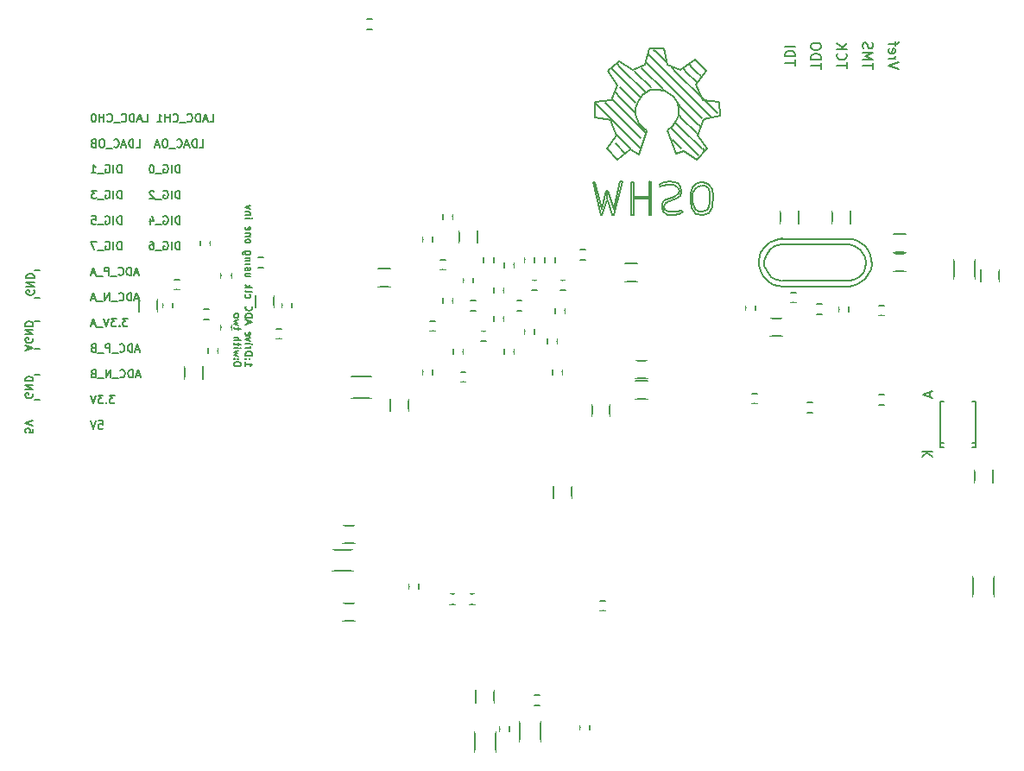
<source format=gbr>
G04 #@! TF.FileFunction,Legend,Bot*
%FSLAX46Y46*%
G04 Gerber Fmt 4.6, Leading zero omitted, Abs format (unit mm)*
G04 Created by KiCad (PCBNEW (2015-10-06 BZR 6248, Git 20a3e23)-product) date 2015-10-8 0:39:17*
%MOMM*%
G01*
G04 APERTURE LIST*
%ADD10C,0.100000*%
%ADD11C,0.152400*%
%ADD12C,0.200000*%
%ADD13C,0.150000*%
%ADD14C,1.901140*%
%ADD15R,2.000000X1.400000*%
%ADD16R,1.400000X2.000000*%
%ADD17R,2.200860X2.899360*%
%ADD18R,1.700000X1.100000*%
%ADD19R,1.100000X1.700000*%
%ADD20C,1.900000*%
%ADD21C,3.400000*%
%ADD22R,2.200000X3.400000*%
%ADD23R,2.127200X2.127200*%
%ADD24O,2.127200X2.127200*%
%ADD25O,2.000000X2.000000*%
%ADD26R,2.432000X2.432000*%
%ADD27O,2.432000X2.432000*%
%ADD28C,2.600000*%
%ADD29O,3.100000X4.900000*%
%ADD30C,2.400000*%
%ADD31C,3.600000*%
%ADD32R,1.000000X0.900000*%
%ADD33R,0.900000X1.000000*%
%ADD34R,1.000000X0.800000*%
%ADD35R,0.800000X1.000000*%
%ADD36O,2.000000X1.500000*%
G04 APERTURE END LIST*
D10*
D11*
X-3606300Y-27499771D02*
X-3568805Y-27574762D01*
X-3568805Y-27687247D01*
X-3606300Y-27799733D01*
X-3681290Y-27874724D01*
X-3756281Y-27912219D01*
X-3906262Y-27949714D01*
X-4018748Y-27949714D01*
X-4168729Y-27912219D01*
X-4243719Y-27874724D01*
X-4318710Y-27799733D01*
X-4356205Y-27687247D01*
X-4356205Y-27612257D01*
X-4318710Y-27499771D01*
X-4281214Y-27462276D01*
X-4018748Y-27462276D01*
X-4018748Y-27612257D01*
X-4356205Y-27124819D02*
X-3568805Y-27124819D01*
X-4356205Y-26674876D01*
X-3568805Y-26674876D01*
X-4356205Y-26299924D02*
X-3568805Y-26299924D01*
X-3568805Y-26112448D01*
X-3606300Y-25999962D01*
X-3681290Y-25924971D01*
X-3756281Y-25887476D01*
X-3906262Y-25849981D01*
X-4018748Y-25849981D01*
X-4168729Y-25887476D01*
X-4243719Y-25924971D01*
X-4318710Y-25999962D01*
X-4356205Y-26112448D01*
X-4356205Y-26299924D01*
X-4231233Y-33324628D02*
X-4231233Y-32949676D01*
X-4456205Y-33399619D02*
X-3668805Y-33137152D01*
X-4456205Y-32874685D01*
X-3706300Y-32199771D02*
X-3668805Y-32274762D01*
X-3668805Y-32387247D01*
X-3706300Y-32499733D01*
X-3781290Y-32574724D01*
X-3856281Y-32612219D01*
X-4006262Y-32649714D01*
X-4118748Y-32649714D01*
X-4268729Y-32612219D01*
X-4343719Y-32574724D01*
X-4418710Y-32499733D01*
X-4456205Y-32387247D01*
X-4456205Y-32312257D01*
X-4418710Y-32199771D01*
X-4381214Y-32162276D01*
X-4118748Y-32162276D01*
X-4118748Y-32312257D01*
X-4456205Y-31824819D02*
X-3668805Y-31824819D01*
X-4456205Y-31374876D01*
X-3668805Y-31374876D01*
X-4456205Y-30999924D02*
X-3668805Y-30999924D01*
X-3668805Y-30812448D01*
X-3706300Y-30699962D01*
X-3781290Y-30624971D01*
X-3856281Y-30587476D01*
X-4006262Y-30549981D01*
X-4118748Y-30549981D01*
X-4268729Y-30587476D01*
X-4343719Y-30624971D01*
X-4418710Y-30699962D01*
X-4456205Y-30812448D01*
X-4456205Y-30999924D01*
X-3706300Y-37599771D02*
X-3668805Y-37674762D01*
X-3668805Y-37787247D01*
X-3706300Y-37899733D01*
X-3781290Y-37974724D01*
X-3856281Y-38012219D01*
X-4006262Y-38049714D01*
X-4118748Y-38049714D01*
X-4268729Y-38012219D01*
X-4343719Y-37974724D01*
X-4418710Y-37899733D01*
X-4456205Y-37787247D01*
X-4456205Y-37712257D01*
X-4418710Y-37599771D01*
X-4381214Y-37562276D01*
X-4118748Y-37562276D01*
X-4118748Y-37712257D01*
X-4456205Y-37224819D02*
X-3668805Y-37224819D01*
X-4456205Y-36774876D01*
X-3668805Y-36774876D01*
X-4456205Y-36399924D02*
X-3668805Y-36399924D01*
X-3668805Y-36212448D01*
X-3706300Y-36099962D01*
X-3781290Y-36024971D01*
X-3856281Y-35987476D01*
X-4006262Y-35949981D01*
X-4118748Y-35949981D01*
X-4268729Y-35987476D01*
X-4343719Y-36024971D01*
X-4418710Y-36099962D01*
X-4456205Y-36212448D01*
X-4456205Y-36399924D01*
X-3668805Y-41062390D02*
X-3668805Y-41437343D01*
X-4043757Y-41474838D01*
X-4006262Y-41437343D01*
X-3968767Y-41362352D01*
X-3968767Y-41174876D01*
X-4006262Y-41099886D01*
X-4043757Y-41062390D01*
X-4118748Y-41024895D01*
X-4306224Y-41024895D01*
X-4381214Y-41062390D01*
X-4418710Y-41099886D01*
X-4456205Y-41174876D01*
X-4456205Y-41362352D01*
X-4418710Y-41437343D01*
X-4381214Y-41474838D01*
X-3668805Y-40799924D02*
X-4456205Y-40537457D01*
X-3668805Y-40274990D01*
D12*
X-3500000Y-33250000D02*
X-3000000Y-33250000D01*
X-3500000Y-30500000D02*
X-3000000Y-30500000D01*
X-3500000Y-28250000D02*
X-3000000Y-28250000D01*
X-3500000Y-25500000D02*
X-3000000Y-25500000D01*
X-3500000Y-35750000D02*
X-3000000Y-35750000D01*
X-3500000Y-38250000D02*
X-3000000Y-38250000D01*
D11*
X13615609Y-10960705D02*
X13990562Y-10960705D01*
X13990562Y-10173305D01*
X13390638Y-10735733D02*
X13015686Y-10735733D01*
X13465629Y-10960705D02*
X13203162Y-10173305D01*
X12940695Y-10960705D01*
X12678229Y-10960705D02*
X12678229Y-10173305D01*
X12490753Y-10173305D01*
X12378267Y-10210800D01*
X12303276Y-10285790D01*
X12265781Y-10360781D01*
X12228286Y-10510762D01*
X12228286Y-10623248D01*
X12265781Y-10773229D01*
X12303276Y-10848219D01*
X12378267Y-10923210D01*
X12490753Y-10960705D01*
X12678229Y-10960705D01*
X11440886Y-10885714D02*
X11478381Y-10923210D01*
X11590867Y-10960705D01*
X11665857Y-10960705D01*
X11778343Y-10923210D01*
X11853334Y-10848219D01*
X11890829Y-10773229D01*
X11928324Y-10623248D01*
X11928324Y-10510762D01*
X11890829Y-10360781D01*
X11853334Y-10285790D01*
X11778343Y-10210800D01*
X11665857Y-10173305D01*
X11590867Y-10173305D01*
X11478381Y-10210800D01*
X11440886Y-10248295D01*
X11290905Y-11035695D02*
X10690981Y-11035695D01*
X10053562Y-10885714D02*
X10091057Y-10923210D01*
X10203543Y-10960705D01*
X10278533Y-10960705D01*
X10391019Y-10923210D01*
X10466010Y-10848219D01*
X10503505Y-10773229D01*
X10541000Y-10623248D01*
X10541000Y-10510762D01*
X10503505Y-10360781D01*
X10466010Y-10285790D01*
X10391019Y-10210800D01*
X10278533Y-10173305D01*
X10203543Y-10173305D01*
X10091057Y-10210800D01*
X10053562Y-10248295D01*
X9716105Y-10960705D02*
X9716105Y-10173305D01*
X9716105Y-10548257D02*
X9266162Y-10548257D01*
X9266162Y-10960705D02*
X9266162Y-10173305D01*
X8478762Y-10960705D02*
X8928705Y-10960705D01*
X8703734Y-10960705D02*
X8703734Y-10173305D01*
X8778724Y-10285790D01*
X8853715Y-10360781D01*
X8928705Y-10398276D01*
X7166428Y-10960705D02*
X7541381Y-10960705D01*
X7541381Y-10173305D01*
X6941457Y-10735733D02*
X6566505Y-10735733D01*
X7016448Y-10960705D02*
X6753981Y-10173305D01*
X6491514Y-10960705D01*
X6229048Y-10960705D02*
X6229048Y-10173305D01*
X6041572Y-10173305D01*
X5929086Y-10210800D01*
X5854095Y-10285790D01*
X5816600Y-10360781D01*
X5779105Y-10510762D01*
X5779105Y-10623248D01*
X5816600Y-10773229D01*
X5854095Y-10848219D01*
X5929086Y-10923210D01*
X6041572Y-10960705D01*
X6229048Y-10960705D01*
X4991705Y-10885714D02*
X5029200Y-10923210D01*
X5141686Y-10960705D01*
X5216676Y-10960705D01*
X5329162Y-10923210D01*
X5404153Y-10848219D01*
X5441648Y-10773229D01*
X5479143Y-10623248D01*
X5479143Y-10510762D01*
X5441648Y-10360781D01*
X5404153Y-10285790D01*
X5329162Y-10210800D01*
X5216676Y-10173305D01*
X5141686Y-10173305D01*
X5029200Y-10210800D01*
X4991705Y-10248295D01*
X4841724Y-11035695D02*
X4241800Y-11035695D01*
X3604381Y-10885714D02*
X3641876Y-10923210D01*
X3754362Y-10960705D01*
X3829352Y-10960705D01*
X3941838Y-10923210D01*
X4016829Y-10848219D01*
X4054324Y-10773229D01*
X4091819Y-10623248D01*
X4091819Y-10510762D01*
X4054324Y-10360781D01*
X4016829Y-10285790D01*
X3941838Y-10210800D01*
X3829352Y-10173305D01*
X3754362Y-10173305D01*
X3641876Y-10210800D01*
X3604381Y-10248295D01*
X3266924Y-10960705D02*
X3266924Y-10173305D01*
X3266924Y-10548257D02*
X2816981Y-10548257D01*
X2816981Y-10960705D02*
X2816981Y-10173305D01*
X2292048Y-10173305D02*
X2217057Y-10173305D01*
X2142067Y-10210800D01*
X2104572Y-10248295D01*
X2067076Y-10323286D01*
X2029581Y-10473267D01*
X2029581Y-10660743D01*
X2067076Y-10810724D01*
X2104572Y-10885714D01*
X2142067Y-10923210D01*
X2217057Y-10960705D01*
X2292048Y-10960705D01*
X2367038Y-10923210D01*
X2404534Y-10885714D01*
X2442029Y-10810724D01*
X2479524Y-10660743D01*
X2479524Y-10473267D01*
X2442029Y-10323286D01*
X2404534Y-10248295D01*
X2367038Y-10210800D01*
X2292048Y-10173305D01*
X12603237Y-13470225D02*
X12978190Y-13470225D01*
X12978190Y-12682825D01*
X12340771Y-13470225D02*
X12340771Y-12682825D01*
X12153295Y-12682825D01*
X12040809Y-12720320D01*
X11965818Y-12795310D01*
X11928323Y-12870301D01*
X11890828Y-13020282D01*
X11890828Y-13132768D01*
X11928323Y-13282749D01*
X11965818Y-13357739D01*
X12040809Y-13432730D01*
X12153295Y-13470225D01*
X12340771Y-13470225D01*
X11590866Y-13245253D02*
X11215914Y-13245253D01*
X11665857Y-13470225D02*
X11403390Y-12682825D01*
X11140923Y-13470225D01*
X10428514Y-13395234D02*
X10466009Y-13432730D01*
X10578495Y-13470225D01*
X10653485Y-13470225D01*
X10765971Y-13432730D01*
X10840962Y-13357739D01*
X10878457Y-13282749D01*
X10915952Y-13132768D01*
X10915952Y-13020282D01*
X10878457Y-12870301D01*
X10840962Y-12795310D01*
X10765971Y-12720320D01*
X10653485Y-12682825D01*
X10578495Y-12682825D01*
X10466009Y-12720320D01*
X10428514Y-12757815D01*
X10278533Y-13545215D02*
X9678609Y-13545215D01*
X9341152Y-12682825D02*
X9191171Y-12682825D01*
X9116180Y-12720320D01*
X9041190Y-12795310D01*
X9003695Y-12945291D01*
X9003695Y-13207758D01*
X9041190Y-13357739D01*
X9116180Y-13432730D01*
X9191171Y-13470225D01*
X9341152Y-13470225D01*
X9416142Y-13432730D01*
X9491133Y-13357739D01*
X9528628Y-13207758D01*
X9528628Y-12945291D01*
X9491133Y-12795310D01*
X9416142Y-12720320D01*
X9341152Y-12682825D01*
X8703733Y-13245253D02*
X8328781Y-13245253D01*
X8778724Y-13470225D02*
X8516257Y-12682825D01*
X8253790Y-13470225D01*
X6416523Y-13470225D02*
X6791476Y-13470225D01*
X6791476Y-12682825D01*
X6154057Y-13470225D02*
X6154057Y-12682825D01*
X5966581Y-12682825D01*
X5854095Y-12720320D01*
X5779104Y-12795310D01*
X5741609Y-12870301D01*
X5704114Y-13020282D01*
X5704114Y-13132768D01*
X5741609Y-13282749D01*
X5779104Y-13357739D01*
X5854095Y-13432730D01*
X5966581Y-13470225D01*
X6154057Y-13470225D01*
X5404152Y-13245253D02*
X5029200Y-13245253D01*
X5479143Y-13470225D02*
X5216676Y-12682825D01*
X4954209Y-13470225D01*
X4241800Y-13395234D02*
X4279295Y-13432730D01*
X4391781Y-13470225D01*
X4466771Y-13470225D01*
X4579257Y-13432730D01*
X4654248Y-13357739D01*
X4691743Y-13282749D01*
X4729238Y-13132768D01*
X4729238Y-13020282D01*
X4691743Y-12870301D01*
X4654248Y-12795310D01*
X4579257Y-12720320D01*
X4466771Y-12682825D01*
X4391781Y-12682825D01*
X4279295Y-12720320D01*
X4241800Y-12757815D01*
X4091819Y-13545215D02*
X3491895Y-13545215D01*
X3154438Y-12682825D02*
X3004457Y-12682825D01*
X2929466Y-12720320D01*
X2854476Y-12795310D01*
X2816981Y-12945291D01*
X2816981Y-13207758D01*
X2854476Y-13357739D01*
X2929466Y-13432730D01*
X3004457Y-13470225D01*
X3154438Y-13470225D01*
X3229428Y-13432730D01*
X3304419Y-13357739D01*
X3341914Y-13207758D01*
X3341914Y-12945291D01*
X3304419Y-12795310D01*
X3229428Y-12720320D01*
X3154438Y-12682825D01*
X2217057Y-13057777D02*
X2104571Y-13095272D01*
X2067076Y-13132768D01*
X2029581Y-13207758D01*
X2029581Y-13320244D01*
X2067076Y-13395234D01*
X2104571Y-13432730D01*
X2179562Y-13470225D01*
X2479524Y-13470225D01*
X2479524Y-12682825D01*
X2217057Y-12682825D01*
X2142067Y-12720320D01*
X2104571Y-12757815D01*
X2067076Y-12832806D01*
X2067076Y-12907796D01*
X2104571Y-12982787D01*
X2142067Y-13020282D01*
X2217057Y-13057777D01*
X2479524Y-13057777D01*
X10690982Y-15979745D02*
X10690982Y-15192345D01*
X10503506Y-15192345D01*
X10391020Y-15229840D01*
X10316029Y-15304830D01*
X10278534Y-15379821D01*
X10241039Y-15529802D01*
X10241039Y-15642288D01*
X10278534Y-15792269D01*
X10316029Y-15867259D01*
X10391020Y-15942250D01*
X10503506Y-15979745D01*
X10690982Y-15979745D01*
X9903582Y-15979745D02*
X9903582Y-15192345D01*
X9116182Y-15229840D02*
X9191173Y-15192345D01*
X9303658Y-15192345D01*
X9416144Y-15229840D01*
X9491135Y-15304830D01*
X9528630Y-15379821D01*
X9566125Y-15529802D01*
X9566125Y-15642288D01*
X9528630Y-15792269D01*
X9491135Y-15867259D01*
X9416144Y-15942250D01*
X9303658Y-15979745D01*
X9228668Y-15979745D01*
X9116182Y-15942250D01*
X9078687Y-15904754D01*
X9078687Y-15642288D01*
X9228668Y-15642288D01*
X8928706Y-16054735D02*
X8328782Y-16054735D01*
X7991325Y-15192345D02*
X7916334Y-15192345D01*
X7841344Y-15229840D01*
X7803849Y-15267335D01*
X7766353Y-15342326D01*
X7728858Y-15492307D01*
X7728858Y-15679783D01*
X7766353Y-15829764D01*
X7803849Y-15904754D01*
X7841344Y-15942250D01*
X7916334Y-15979745D01*
X7991325Y-15979745D01*
X8066315Y-15942250D01*
X8103811Y-15904754D01*
X8141306Y-15829764D01*
X8178801Y-15679783D01*
X8178801Y-15492307D01*
X8141306Y-15342326D01*
X8103811Y-15267335D01*
X8066315Y-15229840D01*
X7991325Y-15192345D01*
X4991705Y-15979745D02*
X4991705Y-15192345D01*
X4804229Y-15192345D01*
X4691743Y-15229840D01*
X4616752Y-15304830D01*
X4579257Y-15379821D01*
X4541762Y-15529802D01*
X4541762Y-15642288D01*
X4579257Y-15792269D01*
X4616752Y-15867259D01*
X4691743Y-15942250D01*
X4804229Y-15979745D01*
X4991705Y-15979745D01*
X4204305Y-15979745D02*
X4204305Y-15192345D01*
X3416905Y-15229840D02*
X3491896Y-15192345D01*
X3604381Y-15192345D01*
X3716867Y-15229840D01*
X3791858Y-15304830D01*
X3829353Y-15379821D01*
X3866848Y-15529802D01*
X3866848Y-15642288D01*
X3829353Y-15792269D01*
X3791858Y-15867259D01*
X3716867Y-15942250D01*
X3604381Y-15979745D01*
X3529391Y-15979745D01*
X3416905Y-15942250D01*
X3379410Y-15904754D01*
X3379410Y-15642288D01*
X3529391Y-15642288D01*
X3229429Y-16054735D02*
X2629505Y-16054735D01*
X2029581Y-15979745D02*
X2479524Y-15979745D01*
X2254553Y-15979745D02*
X2254553Y-15192345D01*
X2329543Y-15304830D01*
X2404534Y-15379821D01*
X2479524Y-15417316D01*
X10690982Y-18489265D02*
X10690982Y-17701865D01*
X10503506Y-17701865D01*
X10391020Y-17739360D01*
X10316029Y-17814350D01*
X10278534Y-17889341D01*
X10241039Y-18039322D01*
X10241039Y-18151808D01*
X10278534Y-18301789D01*
X10316029Y-18376779D01*
X10391020Y-18451770D01*
X10503506Y-18489265D01*
X10690982Y-18489265D01*
X9903582Y-18489265D02*
X9903582Y-17701865D01*
X9116182Y-17739360D02*
X9191173Y-17701865D01*
X9303658Y-17701865D01*
X9416144Y-17739360D01*
X9491135Y-17814350D01*
X9528630Y-17889341D01*
X9566125Y-18039322D01*
X9566125Y-18151808D01*
X9528630Y-18301789D01*
X9491135Y-18376779D01*
X9416144Y-18451770D01*
X9303658Y-18489265D01*
X9228668Y-18489265D01*
X9116182Y-18451770D01*
X9078687Y-18414274D01*
X9078687Y-18151808D01*
X9228668Y-18151808D01*
X8928706Y-18564255D02*
X8328782Y-18564255D01*
X8178801Y-17776855D02*
X8141306Y-17739360D01*
X8066315Y-17701865D01*
X7878839Y-17701865D01*
X7803849Y-17739360D01*
X7766353Y-17776855D01*
X7728858Y-17851846D01*
X7728858Y-17926836D01*
X7766353Y-18039322D01*
X8216296Y-18489265D01*
X7728858Y-18489265D01*
X4991705Y-18489265D02*
X4991705Y-17701865D01*
X4804229Y-17701865D01*
X4691743Y-17739360D01*
X4616752Y-17814350D01*
X4579257Y-17889341D01*
X4541762Y-18039322D01*
X4541762Y-18151808D01*
X4579257Y-18301789D01*
X4616752Y-18376779D01*
X4691743Y-18451770D01*
X4804229Y-18489265D01*
X4991705Y-18489265D01*
X4204305Y-18489265D02*
X4204305Y-17701865D01*
X3416905Y-17739360D02*
X3491896Y-17701865D01*
X3604381Y-17701865D01*
X3716867Y-17739360D01*
X3791858Y-17814350D01*
X3829353Y-17889341D01*
X3866848Y-18039322D01*
X3866848Y-18151808D01*
X3829353Y-18301789D01*
X3791858Y-18376779D01*
X3716867Y-18451770D01*
X3604381Y-18489265D01*
X3529391Y-18489265D01*
X3416905Y-18451770D01*
X3379410Y-18414274D01*
X3379410Y-18151808D01*
X3529391Y-18151808D01*
X3229429Y-18564255D02*
X2629505Y-18564255D01*
X2517019Y-17701865D02*
X2029581Y-17701865D01*
X2292048Y-18001827D01*
X2179562Y-18001827D01*
X2104572Y-18039322D01*
X2067076Y-18076817D01*
X2029581Y-18151808D01*
X2029581Y-18339284D01*
X2067076Y-18414274D01*
X2104572Y-18451770D01*
X2179562Y-18489265D01*
X2404534Y-18489265D01*
X2479524Y-18451770D01*
X2517019Y-18414274D01*
X10690982Y-20998785D02*
X10690982Y-20211385D01*
X10503506Y-20211385D01*
X10391020Y-20248880D01*
X10316029Y-20323870D01*
X10278534Y-20398861D01*
X10241039Y-20548842D01*
X10241039Y-20661328D01*
X10278534Y-20811309D01*
X10316029Y-20886299D01*
X10391020Y-20961290D01*
X10503506Y-20998785D01*
X10690982Y-20998785D01*
X9903582Y-20998785D02*
X9903582Y-20211385D01*
X9116182Y-20248880D02*
X9191173Y-20211385D01*
X9303658Y-20211385D01*
X9416144Y-20248880D01*
X9491135Y-20323870D01*
X9528630Y-20398861D01*
X9566125Y-20548842D01*
X9566125Y-20661328D01*
X9528630Y-20811309D01*
X9491135Y-20886299D01*
X9416144Y-20961290D01*
X9303658Y-20998785D01*
X9228668Y-20998785D01*
X9116182Y-20961290D01*
X9078687Y-20923794D01*
X9078687Y-20661328D01*
X9228668Y-20661328D01*
X8928706Y-21073775D02*
X8328782Y-21073775D01*
X7803849Y-20473851D02*
X7803849Y-20998785D01*
X7991325Y-20173890D02*
X8178801Y-20736318D01*
X7691363Y-20736318D01*
X4991705Y-20998785D02*
X4991705Y-20211385D01*
X4804229Y-20211385D01*
X4691743Y-20248880D01*
X4616752Y-20323870D01*
X4579257Y-20398861D01*
X4541762Y-20548842D01*
X4541762Y-20661328D01*
X4579257Y-20811309D01*
X4616752Y-20886299D01*
X4691743Y-20961290D01*
X4804229Y-20998785D01*
X4991705Y-20998785D01*
X4204305Y-20998785D02*
X4204305Y-20211385D01*
X3416905Y-20248880D02*
X3491896Y-20211385D01*
X3604381Y-20211385D01*
X3716867Y-20248880D01*
X3791858Y-20323870D01*
X3829353Y-20398861D01*
X3866848Y-20548842D01*
X3866848Y-20661328D01*
X3829353Y-20811309D01*
X3791858Y-20886299D01*
X3716867Y-20961290D01*
X3604381Y-20998785D01*
X3529391Y-20998785D01*
X3416905Y-20961290D01*
X3379410Y-20923794D01*
X3379410Y-20661328D01*
X3529391Y-20661328D01*
X3229429Y-21073775D02*
X2629505Y-21073775D01*
X2067076Y-20211385D02*
X2442029Y-20211385D01*
X2479524Y-20586337D01*
X2442029Y-20548842D01*
X2367038Y-20511347D01*
X2179562Y-20511347D01*
X2104572Y-20548842D01*
X2067076Y-20586337D01*
X2029581Y-20661328D01*
X2029581Y-20848804D01*
X2067076Y-20923794D01*
X2104572Y-20961290D01*
X2179562Y-20998785D01*
X2367038Y-20998785D01*
X2442029Y-20961290D01*
X2479524Y-20923794D01*
X10690982Y-23508305D02*
X10690982Y-22720905D01*
X10503506Y-22720905D01*
X10391020Y-22758400D01*
X10316029Y-22833390D01*
X10278534Y-22908381D01*
X10241039Y-23058362D01*
X10241039Y-23170848D01*
X10278534Y-23320829D01*
X10316029Y-23395819D01*
X10391020Y-23470810D01*
X10503506Y-23508305D01*
X10690982Y-23508305D01*
X9903582Y-23508305D02*
X9903582Y-22720905D01*
X9116182Y-22758400D02*
X9191173Y-22720905D01*
X9303658Y-22720905D01*
X9416144Y-22758400D01*
X9491135Y-22833390D01*
X9528630Y-22908381D01*
X9566125Y-23058362D01*
X9566125Y-23170848D01*
X9528630Y-23320829D01*
X9491135Y-23395819D01*
X9416144Y-23470810D01*
X9303658Y-23508305D01*
X9228668Y-23508305D01*
X9116182Y-23470810D01*
X9078687Y-23433314D01*
X9078687Y-23170848D01*
X9228668Y-23170848D01*
X8928706Y-23583295D02*
X8328782Y-23583295D01*
X7803849Y-22720905D02*
X7953830Y-22720905D01*
X8028820Y-22758400D01*
X8066315Y-22795895D01*
X8141306Y-22908381D01*
X8178801Y-23058362D01*
X8178801Y-23358324D01*
X8141306Y-23433314D01*
X8103811Y-23470810D01*
X8028820Y-23508305D01*
X7878839Y-23508305D01*
X7803849Y-23470810D01*
X7766353Y-23433314D01*
X7728858Y-23358324D01*
X7728858Y-23170848D01*
X7766353Y-23095857D01*
X7803849Y-23058362D01*
X7878839Y-23020867D01*
X8028820Y-23020867D01*
X8103811Y-23058362D01*
X8141306Y-23095857D01*
X8178801Y-23170848D01*
X4991705Y-23508305D02*
X4991705Y-22720905D01*
X4804229Y-22720905D01*
X4691743Y-22758400D01*
X4616752Y-22833390D01*
X4579257Y-22908381D01*
X4541762Y-23058362D01*
X4541762Y-23170848D01*
X4579257Y-23320829D01*
X4616752Y-23395819D01*
X4691743Y-23470810D01*
X4804229Y-23508305D01*
X4991705Y-23508305D01*
X4204305Y-23508305D02*
X4204305Y-22720905D01*
X3416905Y-22758400D02*
X3491896Y-22720905D01*
X3604381Y-22720905D01*
X3716867Y-22758400D01*
X3791858Y-22833390D01*
X3829353Y-22908381D01*
X3866848Y-23058362D01*
X3866848Y-23170848D01*
X3829353Y-23320829D01*
X3791858Y-23395819D01*
X3716867Y-23470810D01*
X3604381Y-23508305D01*
X3529391Y-23508305D01*
X3416905Y-23470810D01*
X3379410Y-23433314D01*
X3379410Y-23170848D01*
X3529391Y-23170848D01*
X3229429Y-23583295D02*
X2629505Y-23583295D01*
X2517019Y-22720905D02*
X1992086Y-22720905D01*
X2329543Y-23508305D01*
X6641495Y-25792853D02*
X6266543Y-25792853D01*
X6716486Y-26017825D02*
X6454019Y-25230425D01*
X6191552Y-26017825D01*
X5929086Y-26017825D02*
X5929086Y-25230425D01*
X5741610Y-25230425D01*
X5629124Y-25267920D01*
X5554133Y-25342910D01*
X5516638Y-25417901D01*
X5479143Y-25567882D01*
X5479143Y-25680368D01*
X5516638Y-25830349D01*
X5554133Y-25905339D01*
X5629124Y-25980330D01*
X5741610Y-26017825D01*
X5929086Y-26017825D01*
X4691743Y-25942834D02*
X4729238Y-25980330D01*
X4841724Y-26017825D01*
X4916714Y-26017825D01*
X5029200Y-25980330D01*
X5104191Y-25905339D01*
X5141686Y-25830349D01*
X5179181Y-25680368D01*
X5179181Y-25567882D01*
X5141686Y-25417901D01*
X5104191Y-25342910D01*
X5029200Y-25267920D01*
X4916714Y-25230425D01*
X4841724Y-25230425D01*
X4729238Y-25267920D01*
X4691743Y-25305415D01*
X4541762Y-26092815D02*
X3941838Y-26092815D01*
X3754362Y-26017825D02*
X3754362Y-25230425D01*
X3454400Y-25230425D01*
X3379409Y-25267920D01*
X3341914Y-25305415D01*
X3304419Y-25380406D01*
X3304419Y-25492891D01*
X3341914Y-25567882D01*
X3379409Y-25605377D01*
X3454400Y-25642872D01*
X3754362Y-25642872D01*
X3154438Y-26092815D02*
X2554514Y-26092815D01*
X2404533Y-25792853D02*
X2029581Y-25792853D01*
X2479524Y-26017825D02*
X2217057Y-25230425D01*
X1954590Y-26017825D01*
X6678990Y-28302373D02*
X6304038Y-28302373D01*
X6753981Y-28527345D02*
X6491514Y-27739945D01*
X6229047Y-28527345D01*
X5966581Y-28527345D02*
X5966581Y-27739945D01*
X5779105Y-27739945D01*
X5666619Y-27777440D01*
X5591628Y-27852430D01*
X5554133Y-27927421D01*
X5516638Y-28077402D01*
X5516638Y-28189888D01*
X5554133Y-28339869D01*
X5591628Y-28414859D01*
X5666619Y-28489850D01*
X5779105Y-28527345D01*
X5966581Y-28527345D01*
X4729238Y-28452354D02*
X4766733Y-28489850D01*
X4879219Y-28527345D01*
X4954209Y-28527345D01*
X5066695Y-28489850D01*
X5141686Y-28414859D01*
X5179181Y-28339869D01*
X5216676Y-28189888D01*
X5216676Y-28077402D01*
X5179181Y-27927421D01*
X5141686Y-27852430D01*
X5066695Y-27777440D01*
X4954209Y-27739945D01*
X4879219Y-27739945D01*
X4766733Y-27777440D01*
X4729238Y-27814935D01*
X4579257Y-28602335D02*
X3979333Y-28602335D01*
X3791857Y-28527345D02*
X3791857Y-27739945D01*
X3341914Y-28527345D01*
X3341914Y-27739945D01*
X3154438Y-28602335D02*
X2554514Y-28602335D01*
X2404533Y-28302373D02*
X2029581Y-28302373D01*
X2479524Y-28527345D02*
X2217057Y-27739945D01*
X1954590Y-28527345D01*
X5591628Y-30249465D02*
X5104190Y-30249465D01*
X5366657Y-30549427D01*
X5254171Y-30549427D01*
X5179181Y-30586922D01*
X5141685Y-30624417D01*
X5104190Y-30699408D01*
X5104190Y-30886884D01*
X5141685Y-30961874D01*
X5179181Y-30999370D01*
X5254171Y-31036865D01*
X5479143Y-31036865D01*
X5554133Y-30999370D01*
X5591628Y-30961874D01*
X4766733Y-30961874D02*
X4729238Y-30999370D01*
X4766733Y-31036865D01*
X4804228Y-30999370D01*
X4766733Y-30961874D01*
X4766733Y-31036865D01*
X4466771Y-30249465D02*
X3979333Y-30249465D01*
X4241800Y-30549427D01*
X4129314Y-30549427D01*
X4054324Y-30586922D01*
X4016828Y-30624417D01*
X3979333Y-30699408D01*
X3979333Y-30886884D01*
X4016828Y-30961874D01*
X4054324Y-30999370D01*
X4129314Y-31036865D01*
X4354286Y-31036865D01*
X4429276Y-30999370D01*
X4466771Y-30961874D01*
X3754362Y-30249465D02*
X3491895Y-31036865D01*
X3229428Y-30249465D01*
X3154438Y-31111855D02*
X2554514Y-31111855D01*
X2404533Y-30811893D02*
X2029581Y-30811893D01*
X2479524Y-31036865D02*
X2217057Y-30249465D01*
X1954590Y-31036865D01*
X6753981Y-33321413D02*
X6379029Y-33321413D01*
X6828972Y-33546385D02*
X6566505Y-32758985D01*
X6304038Y-33546385D01*
X6041572Y-33546385D02*
X6041572Y-32758985D01*
X5854096Y-32758985D01*
X5741610Y-32796480D01*
X5666619Y-32871470D01*
X5629124Y-32946461D01*
X5591629Y-33096442D01*
X5591629Y-33208928D01*
X5629124Y-33358909D01*
X5666619Y-33433899D01*
X5741610Y-33508890D01*
X5854096Y-33546385D01*
X6041572Y-33546385D01*
X4804229Y-33471394D02*
X4841724Y-33508890D01*
X4954210Y-33546385D01*
X5029200Y-33546385D01*
X5141686Y-33508890D01*
X5216677Y-33433899D01*
X5254172Y-33358909D01*
X5291667Y-33208928D01*
X5291667Y-33096442D01*
X5254172Y-32946461D01*
X5216677Y-32871470D01*
X5141686Y-32796480D01*
X5029200Y-32758985D01*
X4954210Y-32758985D01*
X4841724Y-32796480D01*
X4804229Y-32833975D01*
X4654248Y-33621375D02*
X4054324Y-33621375D01*
X3866848Y-33546385D02*
X3866848Y-32758985D01*
X3566886Y-32758985D01*
X3491895Y-32796480D01*
X3454400Y-32833975D01*
X3416905Y-32908966D01*
X3416905Y-33021451D01*
X3454400Y-33096442D01*
X3491895Y-33133937D01*
X3566886Y-33171432D01*
X3866848Y-33171432D01*
X3266924Y-33621375D02*
X2667000Y-33621375D01*
X2217057Y-33133937D02*
X2104571Y-33171432D01*
X2067076Y-33208928D01*
X2029581Y-33283918D01*
X2029581Y-33396404D01*
X2067076Y-33471394D01*
X2104571Y-33508890D01*
X2179562Y-33546385D01*
X2479524Y-33546385D01*
X2479524Y-32758985D01*
X2217057Y-32758985D01*
X2142067Y-32796480D01*
X2104571Y-32833975D01*
X2067076Y-32908966D01*
X2067076Y-32983956D01*
X2104571Y-33058947D01*
X2142067Y-33096442D01*
X2217057Y-33133937D01*
X2479524Y-33133937D01*
X6791476Y-35830933D02*
X6416524Y-35830933D01*
X6866467Y-36055905D02*
X6604000Y-35268505D01*
X6341533Y-36055905D01*
X6079067Y-36055905D02*
X6079067Y-35268505D01*
X5891591Y-35268505D01*
X5779105Y-35306000D01*
X5704114Y-35380990D01*
X5666619Y-35455981D01*
X5629124Y-35605962D01*
X5629124Y-35718448D01*
X5666619Y-35868429D01*
X5704114Y-35943419D01*
X5779105Y-36018410D01*
X5891591Y-36055905D01*
X6079067Y-36055905D01*
X4841724Y-35980914D02*
X4879219Y-36018410D01*
X4991705Y-36055905D01*
X5066695Y-36055905D01*
X5179181Y-36018410D01*
X5254172Y-35943419D01*
X5291667Y-35868429D01*
X5329162Y-35718448D01*
X5329162Y-35605962D01*
X5291667Y-35455981D01*
X5254172Y-35380990D01*
X5179181Y-35306000D01*
X5066695Y-35268505D01*
X4991705Y-35268505D01*
X4879219Y-35306000D01*
X4841724Y-35343495D01*
X4691743Y-36130895D02*
X4091819Y-36130895D01*
X3904343Y-36055905D02*
X3904343Y-35268505D01*
X3454400Y-36055905D01*
X3454400Y-35268505D01*
X3266924Y-36130895D02*
X2667000Y-36130895D01*
X2217057Y-35643457D02*
X2104571Y-35680952D01*
X2067076Y-35718448D01*
X2029581Y-35793438D01*
X2029581Y-35905924D01*
X2067076Y-35980914D01*
X2104571Y-36018410D01*
X2179562Y-36055905D01*
X2479524Y-36055905D01*
X2479524Y-35268505D01*
X2217057Y-35268505D01*
X2142067Y-35306000D01*
X2104571Y-35343495D01*
X2067076Y-35418486D01*
X2067076Y-35493476D01*
X2104571Y-35568467D01*
X2142067Y-35605962D01*
X2217057Y-35643457D01*
X2479524Y-35643457D01*
X4316790Y-37778025D02*
X3829352Y-37778025D01*
X4091819Y-38077987D01*
X3979333Y-38077987D01*
X3904343Y-38115482D01*
X3866847Y-38152977D01*
X3829352Y-38227968D01*
X3829352Y-38415444D01*
X3866847Y-38490434D01*
X3904343Y-38527930D01*
X3979333Y-38565425D01*
X4204305Y-38565425D01*
X4279295Y-38527930D01*
X4316790Y-38490434D01*
X3491895Y-38490434D02*
X3454400Y-38527930D01*
X3491895Y-38565425D01*
X3529390Y-38527930D01*
X3491895Y-38490434D01*
X3491895Y-38565425D01*
X3191933Y-37778025D02*
X2704495Y-37778025D01*
X2966962Y-38077987D01*
X2854476Y-38077987D01*
X2779486Y-38115482D01*
X2741990Y-38152977D01*
X2704495Y-38227968D01*
X2704495Y-38415444D01*
X2741990Y-38490434D01*
X2779486Y-38527930D01*
X2854476Y-38565425D01*
X3079448Y-38565425D01*
X3154438Y-38527930D01*
X3191933Y-38490434D01*
X2479524Y-37778025D02*
X2217057Y-38565425D01*
X1954590Y-37778025D01*
X2741990Y-40287545D02*
X3116943Y-40287545D01*
X3154438Y-40662497D01*
X3116943Y-40625002D01*
X3041952Y-40587507D01*
X2854476Y-40587507D01*
X2779486Y-40625002D01*
X2741990Y-40662497D01*
X2704495Y-40737488D01*
X2704495Y-40924964D01*
X2741990Y-40999954D01*
X2779486Y-41037450D01*
X2854476Y-41074945D01*
X3041952Y-41074945D01*
X3116943Y-41037450D01*
X3154438Y-40999954D01*
X2479524Y-40287545D02*
X2217057Y-41074945D01*
X1954590Y-40287545D01*
X17140533Y-34518667D02*
X17140533Y-34918667D01*
X17140533Y-34718667D02*
X17840533Y-34718667D01*
X17740533Y-34785333D01*
X17673867Y-34852000D01*
X17640533Y-34918667D01*
X17207200Y-34218666D02*
X17173867Y-34185333D01*
X17140533Y-34218666D01*
X17173867Y-34252000D01*
X17207200Y-34218666D01*
X17140533Y-34218666D01*
X17573867Y-34218666D02*
X17540533Y-34185333D01*
X17507200Y-34218666D01*
X17540533Y-34252000D01*
X17573867Y-34218666D01*
X17507200Y-34218666D01*
X17140533Y-33885333D02*
X17840533Y-33885333D01*
X17840533Y-33718667D01*
X17807200Y-33618667D01*
X17740533Y-33552000D01*
X17673867Y-33518667D01*
X17540533Y-33485333D01*
X17440533Y-33485333D01*
X17307200Y-33518667D01*
X17240533Y-33552000D01*
X17173867Y-33618667D01*
X17140533Y-33718667D01*
X17140533Y-33885333D01*
X17140533Y-33185333D02*
X17607200Y-33185333D01*
X17473867Y-33185333D02*
X17540533Y-33152000D01*
X17573867Y-33118667D01*
X17607200Y-33052000D01*
X17607200Y-32985333D01*
X17140533Y-32752000D02*
X17607200Y-32752000D01*
X17840533Y-32752000D02*
X17807200Y-32785334D01*
X17773867Y-32752000D01*
X17807200Y-32718667D01*
X17840533Y-32752000D01*
X17773867Y-32752000D01*
X17607200Y-32485334D02*
X17140533Y-32318667D01*
X17607200Y-32152001D01*
X17173867Y-31618668D02*
X17140533Y-31685334D01*
X17140533Y-31818668D01*
X17173867Y-31885334D01*
X17240533Y-31918668D01*
X17507200Y-31918668D01*
X17573867Y-31885334D01*
X17607200Y-31818668D01*
X17607200Y-31685334D01*
X17573867Y-31618668D01*
X17507200Y-31585334D01*
X17440533Y-31585334D01*
X17373867Y-31918668D01*
X17340533Y-30785335D02*
X17340533Y-30452001D01*
X17140533Y-30852001D02*
X17840533Y-30618668D01*
X17140533Y-30385335D01*
X17140533Y-30152001D02*
X17840533Y-30152001D01*
X17840533Y-29985335D01*
X17807200Y-29885335D01*
X17740533Y-29818668D01*
X17673867Y-29785335D01*
X17540533Y-29752001D01*
X17440533Y-29752001D01*
X17307200Y-29785335D01*
X17240533Y-29818668D01*
X17173867Y-29885335D01*
X17140533Y-29985335D01*
X17140533Y-30152001D01*
X17207200Y-29052001D02*
X17173867Y-29085335D01*
X17140533Y-29185335D01*
X17140533Y-29252001D01*
X17173867Y-29352001D01*
X17240533Y-29418668D01*
X17307200Y-29452001D01*
X17440533Y-29485335D01*
X17540533Y-29485335D01*
X17673867Y-29452001D01*
X17740533Y-29418668D01*
X17807200Y-29352001D01*
X17840533Y-29252001D01*
X17840533Y-29185335D01*
X17807200Y-29085335D01*
X17773867Y-29052001D01*
X17173867Y-27918668D02*
X17140533Y-27985335D01*
X17140533Y-28118668D01*
X17173867Y-28185335D01*
X17207200Y-28218668D01*
X17273867Y-28252002D01*
X17473867Y-28252002D01*
X17540533Y-28218668D01*
X17573867Y-28185335D01*
X17607200Y-28118668D01*
X17607200Y-27985335D01*
X17573867Y-27918668D01*
X17140533Y-27518668D02*
X17173867Y-27585335D01*
X17240533Y-27618668D01*
X17840533Y-27618668D01*
X17140533Y-27252001D02*
X17840533Y-27252001D01*
X17407200Y-27185335D02*
X17140533Y-26985335D01*
X17607200Y-26985335D02*
X17340533Y-27252001D01*
X17607200Y-25852001D02*
X17140533Y-25852001D01*
X17607200Y-26152001D02*
X17240533Y-26152001D01*
X17173867Y-26118668D01*
X17140533Y-26052001D01*
X17140533Y-25952001D01*
X17173867Y-25885335D01*
X17207200Y-25852001D01*
X17173867Y-25552002D02*
X17140533Y-25485335D01*
X17140533Y-25352002D01*
X17173867Y-25285335D01*
X17240533Y-25252002D01*
X17273867Y-25252002D01*
X17340533Y-25285335D01*
X17373867Y-25352002D01*
X17373867Y-25452002D01*
X17407200Y-25518668D01*
X17473867Y-25552002D01*
X17507200Y-25552002D01*
X17573867Y-25518668D01*
X17607200Y-25452002D01*
X17607200Y-25352002D01*
X17573867Y-25285335D01*
X17140533Y-24952001D02*
X17607200Y-24952001D01*
X17840533Y-24952001D02*
X17807200Y-24985335D01*
X17773867Y-24952001D01*
X17807200Y-24918668D01*
X17840533Y-24952001D01*
X17773867Y-24952001D01*
X17607200Y-24618668D02*
X17140533Y-24618668D01*
X17540533Y-24618668D02*
X17573867Y-24585335D01*
X17607200Y-24518668D01*
X17607200Y-24418668D01*
X17573867Y-24352002D01*
X17507200Y-24318668D01*
X17140533Y-24318668D01*
X17607200Y-23685335D02*
X17040533Y-23685335D01*
X16973867Y-23718669D01*
X16940533Y-23752002D01*
X16907200Y-23818669D01*
X16907200Y-23918669D01*
X16940533Y-23985335D01*
X17173867Y-23685335D02*
X17140533Y-23752002D01*
X17140533Y-23885335D01*
X17173867Y-23952002D01*
X17207200Y-23985335D01*
X17273867Y-24018669D01*
X17473867Y-24018669D01*
X17540533Y-23985335D01*
X17573867Y-23952002D01*
X17607200Y-23885335D01*
X17607200Y-23752002D01*
X17573867Y-23685335D01*
X17140533Y-22718669D02*
X17173867Y-22785336D01*
X17207200Y-22818669D01*
X17273867Y-22852003D01*
X17473867Y-22852003D01*
X17540533Y-22818669D01*
X17573867Y-22785336D01*
X17607200Y-22718669D01*
X17607200Y-22618669D01*
X17573867Y-22552003D01*
X17540533Y-22518669D01*
X17473867Y-22485336D01*
X17273867Y-22485336D01*
X17207200Y-22518669D01*
X17173867Y-22552003D01*
X17140533Y-22618669D01*
X17140533Y-22718669D01*
X17607200Y-22185336D02*
X17140533Y-22185336D01*
X17540533Y-22185336D02*
X17573867Y-22152003D01*
X17607200Y-22085336D01*
X17607200Y-21985336D01*
X17573867Y-21918670D01*
X17507200Y-21885336D01*
X17140533Y-21885336D01*
X17173867Y-21285337D02*
X17140533Y-21352003D01*
X17140533Y-21485337D01*
X17173867Y-21552003D01*
X17240533Y-21585337D01*
X17507200Y-21585337D01*
X17573867Y-21552003D01*
X17607200Y-21485337D01*
X17607200Y-21352003D01*
X17573867Y-21285337D01*
X17507200Y-21252003D01*
X17440533Y-21252003D01*
X17373867Y-21585337D01*
X17140533Y-20418670D02*
X17607200Y-20418670D01*
X17840533Y-20418670D02*
X17807200Y-20452004D01*
X17773867Y-20418670D01*
X17807200Y-20385337D01*
X17840533Y-20418670D01*
X17773867Y-20418670D01*
X17607200Y-20085337D02*
X17140533Y-20085337D01*
X17540533Y-20085337D02*
X17573867Y-20052004D01*
X17607200Y-19985337D01*
X17607200Y-19885337D01*
X17573867Y-19818671D01*
X17507200Y-19785337D01*
X17140533Y-19785337D01*
X17607200Y-19518671D02*
X17140533Y-19352004D01*
X17607200Y-19185338D01*
X16708133Y-34752000D02*
X16708133Y-34685333D01*
X16674800Y-34618667D01*
X16641467Y-34585333D01*
X16574800Y-34552000D01*
X16441467Y-34518667D01*
X16274800Y-34518667D01*
X16141467Y-34552000D01*
X16074800Y-34585333D01*
X16041467Y-34618667D01*
X16008133Y-34685333D01*
X16008133Y-34752000D01*
X16041467Y-34818667D01*
X16074800Y-34852000D01*
X16141467Y-34885333D01*
X16274800Y-34918667D01*
X16441467Y-34918667D01*
X16574800Y-34885333D01*
X16641467Y-34852000D01*
X16674800Y-34818667D01*
X16708133Y-34752000D01*
X16074800Y-34218666D02*
X16041467Y-34185333D01*
X16008133Y-34218666D01*
X16041467Y-34252000D01*
X16074800Y-34218666D01*
X16008133Y-34218666D01*
X16441467Y-34218666D02*
X16408133Y-34185333D01*
X16374800Y-34218666D01*
X16408133Y-34252000D01*
X16441467Y-34218666D01*
X16374800Y-34218666D01*
X16474800Y-33952000D02*
X16008133Y-33818667D01*
X16341467Y-33685333D01*
X16008133Y-33552000D01*
X16474800Y-33418667D01*
X16008133Y-33152000D02*
X16474800Y-33152000D01*
X16708133Y-33152000D02*
X16674800Y-33185334D01*
X16641467Y-33152000D01*
X16674800Y-33118667D01*
X16708133Y-33152000D01*
X16641467Y-33152000D01*
X16474800Y-32918667D02*
X16474800Y-32652001D01*
X16708133Y-32818667D02*
X16108133Y-32818667D01*
X16041467Y-32785334D01*
X16008133Y-32718667D01*
X16008133Y-32652001D01*
X16008133Y-32418667D02*
X16708133Y-32418667D01*
X16008133Y-32118667D02*
X16374800Y-32118667D01*
X16441467Y-32152001D01*
X16474800Y-32218667D01*
X16474800Y-32318667D01*
X16441467Y-32385334D01*
X16408133Y-32418667D01*
X16474800Y-31352001D02*
X16474800Y-31085335D01*
X16708133Y-31252001D02*
X16108133Y-31252001D01*
X16041467Y-31218668D01*
X16008133Y-31152001D01*
X16008133Y-31085335D01*
X16474800Y-30918668D02*
X16008133Y-30785335D01*
X16341467Y-30652001D01*
X16008133Y-30518668D01*
X16474800Y-30385335D01*
X16008133Y-30018668D02*
X16041467Y-30085335D01*
X16074800Y-30118668D01*
X16141467Y-30152002D01*
X16341467Y-30152002D01*
X16408133Y-30118668D01*
X16441467Y-30085335D01*
X16474800Y-30018668D01*
X16474800Y-29918668D01*
X16441467Y-29852002D01*
X16408133Y-29818668D01*
X16341467Y-29785335D01*
X16141467Y-29785335D01*
X16074800Y-29818668D01*
X16041467Y-29852002D01*
X16008133Y-29918668D01*
X16008133Y-30018668D01*
X81192619Y-5802143D02*
X80192619Y-5468810D01*
X81192619Y-5135476D01*
X80192619Y-4802143D02*
X80859286Y-4802143D01*
X80668810Y-4802143D02*
X80764048Y-4754524D01*
X80811667Y-4706905D01*
X80859286Y-4611667D01*
X80859286Y-4516428D01*
X80240238Y-3802142D02*
X80192619Y-3897380D01*
X80192619Y-4087857D01*
X80240238Y-4183095D01*
X80335476Y-4230714D01*
X80716429Y-4230714D01*
X80811667Y-4183095D01*
X80859286Y-4087857D01*
X80859286Y-3897380D01*
X80811667Y-3802142D01*
X80716429Y-3754523D01*
X80621190Y-3754523D01*
X80525952Y-4230714D01*
X80859286Y-3468809D02*
X80859286Y-3087857D01*
X80192619Y-3325952D02*
X81049762Y-3325952D01*
X81145000Y-3278333D01*
X81192619Y-3183095D01*
X81192619Y-3087857D01*
X78652619Y-5778333D02*
X78652619Y-5206904D01*
X77652619Y-5492619D02*
X78652619Y-5492619D01*
X77652619Y-4873571D02*
X78652619Y-4873571D01*
X77938333Y-4540237D01*
X78652619Y-4206904D01*
X77652619Y-4206904D01*
X77700238Y-3778333D02*
X77652619Y-3635476D01*
X77652619Y-3397380D01*
X77700238Y-3302142D01*
X77747857Y-3254523D01*
X77843095Y-3206904D01*
X77938333Y-3206904D01*
X78033571Y-3254523D01*
X78081190Y-3302142D01*
X78128810Y-3397380D01*
X78176429Y-3587857D01*
X78224048Y-3683095D01*
X78271667Y-3730714D01*
X78366905Y-3778333D01*
X78462143Y-3778333D01*
X78557381Y-3730714D01*
X78605000Y-3683095D01*
X78652619Y-3587857D01*
X78652619Y-3349761D01*
X78605000Y-3206904D01*
X76112619Y-5730714D02*
X76112619Y-5159285D01*
X75112619Y-5445000D02*
X76112619Y-5445000D01*
X75207857Y-4254523D02*
X75160238Y-4302142D01*
X75112619Y-4444999D01*
X75112619Y-4540237D01*
X75160238Y-4683095D01*
X75255476Y-4778333D01*
X75350714Y-4825952D01*
X75541190Y-4873571D01*
X75684048Y-4873571D01*
X75874524Y-4825952D01*
X75969762Y-4778333D01*
X76065000Y-4683095D01*
X76112619Y-4540237D01*
X76112619Y-4444999D01*
X76065000Y-4302142D01*
X76017381Y-4254523D01*
X75112619Y-3825952D02*
X76112619Y-3825952D01*
X75112619Y-3254523D02*
X75684048Y-3683095D01*
X76112619Y-3254523D02*
X75541190Y-3825952D01*
X73572619Y-5754524D02*
X73572619Y-5183095D01*
X72572619Y-5468810D02*
X73572619Y-5468810D01*
X72572619Y-4849762D02*
X73572619Y-4849762D01*
X73572619Y-4611667D01*
X73525000Y-4468809D01*
X73429762Y-4373571D01*
X73334524Y-4325952D01*
X73144048Y-4278333D01*
X73001190Y-4278333D01*
X72810714Y-4325952D01*
X72715476Y-4373571D01*
X72620238Y-4468809D01*
X72572619Y-4611667D01*
X72572619Y-4849762D01*
X73572619Y-3659286D02*
X73572619Y-3468809D01*
X73525000Y-3373571D01*
X73429762Y-3278333D01*
X73239286Y-3230714D01*
X72905952Y-3230714D01*
X72715476Y-3278333D01*
X72620238Y-3373571D01*
X72572619Y-3468809D01*
X72572619Y-3659286D01*
X72620238Y-3754524D01*
X72715476Y-3849762D01*
X72905952Y-3897381D01*
X73239286Y-3897381D01*
X73429762Y-3849762D01*
X73525000Y-3754524D01*
X73572619Y-3659286D01*
X71032619Y-5468809D02*
X71032619Y-4897380D01*
X70032619Y-5183095D02*
X71032619Y-5183095D01*
X70032619Y-4564047D02*
X71032619Y-4564047D01*
X71032619Y-4325952D01*
X70985000Y-4183094D01*
X70889762Y-4087856D01*
X70794524Y-4040237D01*
X70604048Y-3992618D01*
X70461190Y-3992618D01*
X70270714Y-4040237D01*
X70175476Y-4087856D01*
X70080238Y-4183094D01*
X70032619Y-4325952D01*
X70032619Y-4564047D01*
X70032619Y-3564047D02*
X71032619Y-3564047D01*
D13*
X77724000Y-25765760D02*
X77924660Y-25364440D01*
X77924660Y-25364440D02*
X78026260Y-24765000D01*
X78026260Y-24765000D02*
X77924660Y-24264620D01*
X77924660Y-24264620D02*
X77525880Y-23566120D01*
X77525880Y-23566120D02*
X76923900Y-23164800D01*
X76923900Y-23164800D02*
X76324460Y-22964140D01*
X76324460Y-22964140D02*
X69725540Y-22964140D01*
X69725540Y-22964140D02*
X69024500Y-23164800D01*
X69024500Y-23164800D02*
X68625720Y-23464520D01*
X68625720Y-23464520D02*
X68224400Y-23964900D01*
X68224400Y-23964900D02*
X68023740Y-24564340D01*
X68023740Y-24564340D02*
X68023740Y-25064720D01*
X68023740Y-25064720D02*
X68224400Y-25565100D01*
X68224400Y-25565100D02*
X68724780Y-26164540D01*
X68724780Y-26164540D02*
X69225160Y-26464260D01*
X69225160Y-26464260D02*
X69725540Y-26565860D01*
X69824600Y-26565860D02*
X76426060Y-26565860D01*
X76426060Y-26565860D02*
X76824840Y-26464260D01*
X76824840Y-26464260D02*
X77325220Y-26164540D01*
X77325220Y-26164540D02*
X77825600Y-25664160D01*
X69834760Y-27094180D02*
X69375020Y-27045920D01*
X69375020Y-27045920D02*
X68976240Y-26934160D01*
X68976240Y-26934160D02*
X68544440Y-26715720D01*
X68544440Y-26715720D02*
X68254880Y-26484580D01*
X68254880Y-26484580D02*
X67924680Y-26134060D01*
X67924680Y-26134060D02*
X67635120Y-25595580D01*
X67635120Y-25595580D02*
X67505580Y-24996140D01*
X67505580Y-24996140D02*
X67505580Y-24485600D01*
X67505580Y-24485600D02*
X67675760Y-23784560D01*
X67675760Y-23784560D02*
X68074540Y-23195280D01*
X68074540Y-23195280D02*
X68534280Y-22824440D01*
X68534280Y-22824440D02*
X68955920Y-22616160D01*
X68955920Y-22616160D02*
X69405500Y-22456140D01*
X69405500Y-22456140D02*
X69844920Y-22425660D01*
X77185520Y-22644100D02*
X77563980Y-22865080D01*
X77563980Y-22865080D02*
X77884020Y-23144480D01*
X77884020Y-23144480D02*
X78135480Y-23474680D01*
X78135480Y-23474680D02*
X78435200Y-24025860D01*
X78435200Y-24025860D02*
X78544420Y-24495760D01*
X78544420Y-24495760D02*
X78564740Y-24955500D01*
X78564740Y-24955500D02*
X78475840Y-25415240D01*
X78475840Y-25415240D02*
X78285340Y-25864820D01*
X78285340Y-25864820D02*
X77924660Y-26334720D01*
X77924660Y-26334720D02*
X77574140Y-26654760D01*
X77574140Y-26654760D02*
X77185520Y-26885900D01*
X77185520Y-26885900D02*
X76756260Y-27025600D01*
X76756260Y-27025600D02*
X76314300Y-27094180D01*
X69824600Y-22435820D02*
X76276200Y-22435820D01*
X76276200Y-22435820D02*
X76695300Y-22473920D01*
X76695300Y-22473920D02*
X77185520Y-22644100D01*
X69824600Y-27094180D02*
X76276200Y-27094180D01*
X44060000Y-71739000D02*
X44060000Y-69739000D01*
X46110000Y-69739000D02*
X46110000Y-71739000D01*
X27670000Y-55000000D02*
X25670000Y-55000000D01*
X25670000Y-52950000D02*
X27670000Y-52950000D01*
X39615000Y-72755000D02*
X39615000Y-70755000D01*
X41665000Y-70755000D02*
X41665000Y-72755000D01*
X86605000Y-26400000D02*
X86605000Y-24400000D01*
X88655000Y-24400000D02*
X88655000Y-26400000D01*
X85244940Y-42439140D02*
X85595460Y-42439140D01*
X88745060Y-42439140D02*
X88394540Y-42439140D01*
X85244940Y-38389560D02*
X85595460Y-38389560D01*
X85244940Y-42890440D02*
X85595460Y-42890440D01*
X88745060Y-42890440D02*
X88394540Y-42890440D01*
X88745060Y-38389560D02*
X88394540Y-38389560D01*
X85244940Y-42890440D02*
X85244940Y-38389560D01*
X88745060Y-42890440D02*
X88745060Y-38389560D01*
X39765000Y-66710000D02*
X39765000Y-67910000D01*
X41515000Y-67910000D02*
X41515000Y-66710000D01*
X80680000Y-23735000D02*
X81880000Y-23735000D01*
X81880000Y-21985000D02*
X80680000Y-21985000D01*
X91045000Y-26635000D02*
X91045000Y-25435000D01*
X89295000Y-25435000D02*
X89295000Y-26635000D01*
X90560000Y-55515000D02*
X90560000Y-57515000D01*
X88510000Y-57515000D02*
X88510000Y-55515000D01*
X31375000Y-38150000D02*
X31375000Y-39350000D01*
X33125000Y-39350000D02*
X33125000Y-38150000D01*
X90410000Y-46320000D02*
X90410000Y-45120000D01*
X88660000Y-45120000D02*
X88660000Y-46320000D01*
X52875000Y-39850000D02*
X52875000Y-38650000D01*
X51125000Y-38650000D02*
X51125000Y-39850000D01*
X56600000Y-34375000D02*
X55400000Y-34375000D01*
X55400000Y-36125000D02*
X56600000Y-36125000D01*
X56600000Y-36375000D02*
X55400000Y-36375000D01*
X55400000Y-38125000D02*
X56600000Y-38125000D01*
X38125000Y-21650000D02*
X38125000Y-22850000D01*
X39875000Y-22850000D02*
X39875000Y-21650000D01*
X8495000Y-29556000D02*
X8495000Y-28356000D01*
X6745000Y-28356000D02*
X6745000Y-29556000D01*
X49125000Y-47850000D02*
X49125000Y-46650000D01*
X47375000Y-46650000D02*
X47375000Y-47850000D01*
X12940000Y-36160000D02*
X12940000Y-34960000D01*
X11190000Y-34960000D02*
X11190000Y-36160000D01*
X19925000Y-29175000D02*
X19925000Y-27975000D01*
X18175000Y-27975000D02*
X18175000Y-29175000D01*
X26705000Y-52310000D02*
X27905000Y-52310000D01*
X27905000Y-50560000D02*
X26705000Y-50560000D01*
X27905000Y-58180000D02*
X26705000Y-58180000D01*
X26705000Y-59930000D02*
X27905000Y-59930000D01*
X69610000Y-19720000D02*
X69610000Y-20920000D01*
X71360000Y-20920000D02*
X71360000Y-19720000D01*
X74690000Y-19720000D02*
X74690000Y-20920000D01*
X76440000Y-20920000D02*
X76440000Y-19720000D01*
X55600000Y-24875000D02*
X54400000Y-24875000D01*
X54400000Y-26625000D02*
X55600000Y-26625000D01*
X30150000Y-27125000D02*
X31350000Y-27125000D01*
X31350000Y-25375000D02*
X30150000Y-25375000D01*
X81880000Y-23890000D02*
X80680000Y-23890000D01*
X80680000Y-25640000D02*
X81880000Y-25640000D01*
X69815000Y-30240000D02*
X68615000Y-30240000D01*
X68615000Y-31990000D02*
X69815000Y-31990000D01*
X39250000Y-28525000D02*
X39750000Y-28525000D01*
X39750000Y-29475000D02*
X39250000Y-29475000D01*
X37525000Y-33750000D02*
X37525000Y-33250000D01*
X38475000Y-33250000D02*
X38475000Y-33750000D01*
X45475000Y-24250000D02*
X45475000Y-24750000D01*
X44525000Y-24750000D02*
X44525000Y-24250000D01*
X44525000Y-31750000D02*
X44525000Y-31250000D01*
X45475000Y-31250000D02*
X45475000Y-31750000D01*
X45750000Y-27475000D02*
X45250000Y-27475000D01*
X45250000Y-26525000D02*
X45750000Y-26525000D01*
X41525000Y-30500000D02*
X41525000Y-30000000D01*
X42475000Y-30000000D02*
X42475000Y-30500000D01*
X41475000Y-24250000D02*
X41475000Y-24750000D01*
X40525000Y-24750000D02*
X40525000Y-24250000D01*
X44250000Y-29475000D02*
X43750000Y-29475000D01*
X43750000Y-28525000D02*
X44250000Y-28525000D01*
X39475000Y-26250000D02*
X39475000Y-26750000D01*
X38525000Y-26750000D02*
X38525000Y-26250000D01*
X42475000Y-27250000D02*
X42475000Y-27750000D01*
X41525000Y-27750000D02*
X41525000Y-27250000D01*
X9050000Y-29206000D02*
X9050000Y-28706000D01*
X10000000Y-28706000D02*
X10000000Y-29206000D01*
X48500000Y-27475000D02*
X48000000Y-27475000D01*
X48000000Y-26525000D02*
X48500000Y-26525000D01*
X48475000Y-29250000D02*
X48475000Y-29750000D01*
X47525000Y-29750000D02*
X47525000Y-29250000D01*
X38750000Y-36475000D02*
X38250000Y-36475000D01*
X38250000Y-35525000D02*
X38750000Y-35525000D01*
X36525000Y-28750000D02*
X36525000Y-28250000D01*
X37475000Y-28250000D02*
X37475000Y-28750000D01*
X51947000Y-57945000D02*
X52447000Y-57945000D01*
X52447000Y-58895000D02*
X51947000Y-58895000D01*
X13683000Y-22610000D02*
X13683000Y-23110000D01*
X12733000Y-23110000D02*
X12733000Y-22610000D01*
X10164000Y-26449000D02*
X10664000Y-26449000D01*
X10664000Y-27399000D02*
X10164000Y-27399000D01*
X13585000Y-30320000D02*
X13085000Y-30320000D01*
X13085000Y-29370000D02*
X13585000Y-29370000D01*
X13495000Y-33651000D02*
X13495000Y-33151000D01*
X14445000Y-33151000D02*
X14445000Y-33651000D01*
X18419000Y-24290000D02*
X18919000Y-24290000D01*
X18919000Y-25240000D02*
X18419000Y-25240000D01*
X20697000Y-32225000D02*
X20197000Y-32225000D01*
X20197000Y-31275000D02*
X20697000Y-31275000D01*
X20734000Y-29206000D02*
X20734000Y-28706000D01*
X21684000Y-28706000D02*
X21684000Y-29206000D01*
X29087000Y-922000D02*
X29587000Y-922000D01*
X29587000Y-1872000D02*
X29087000Y-1872000D01*
X45970000Y-68166000D02*
X45470000Y-68166000D01*
X45470000Y-67216000D02*
X45970000Y-67216000D01*
X42070000Y-70735000D02*
X42070000Y-70235000D01*
X43020000Y-70235000D02*
X43020000Y-70735000D01*
X49944000Y-70608000D02*
X49944000Y-70108000D01*
X50894000Y-70108000D02*
X50894000Y-70608000D01*
X70616000Y-27719000D02*
X71116000Y-27719000D01*
X71116000Y-28669000D02*
X70616000Y-28669000D01*
X66806000Y-37625000D02*
X67306000Y-37625000D01*
X67306000Y-38575000D02*
X66806000Y-38575000D01*
X73156000Y-28862000D02*
X73656000Y-28862000D01*
X73656000Y-29812000D02*
X73156000Y-29812000D01*
X66200000Y-29460000D02*
X66200000Y-28960000D01*
X67150000Y-28960000D02*
X67150000Y-29460000D01*
X79752000Y-29939000D02*
X79252000Y-29939000D01*
X79252000Y-28989000D02*
X79752000Y-28989000D01*
X75344000Y-29587000D02*
X75344000Y-29087000D01*
X76294000Y-29087000D02*
X76294000Y-29587000D01*
X72767000Y-39464000D02*
X72267000Y-39464000D01*
X72267000Y-38514000D02*
X72767000Y-38514000D01*
X46525000Y-24750000D02*
X46525000Y-24250000D01*
X47475000Y-24250000D02*
X47475000Y-24750000D01*
X37475000Y-20000000D02*
X37475000Y-20500000D01*
X36525000Y-20500000D02*
X36525000Y-20000000D01*
X50500000Y-24475000D02*
X50000000Y-24475000D01*
X50000000Y-23525000D02*
X50500000Y-23525000D01*
X48225000Y-35250000D02*
X48225000Y-35750000D01*
X47275000Y-35750000D02*
X47275000Y-35250000D01*
X47725000Y-32250000D02*
X47725000Y-32750000D01*
X46775000Y-32750000D02*
X46775000Y-32250000D01*
X34525000Y-35750000D02*
X34525000Y-35250000D01*
X35475000Y-35250000D02*
X35475000Y-35750000D01*
X35475000Y-22250000D02*
X35475000Y-22750000D01*
X34525000Y-22750000D02*
X34525000Y-22250000D01*
X42525000Y-33750000D02*
X42525000Y-33250000D01*
X43475000Y-33250000D02*
X43475000Y-33750000D01*
X36250000Y-24525000D02*
X36750000Y-24525000D01*
X36750000Y-25475000D02*
X36250000Y-25475000D01*
X40250000Y-31525000D02*
X40750000Y-31525000D01*
X40750000Y-32475000D02*
X40250000Y-32475000D01*
X43475000Y-24750000D02*
X43475000Y-25250000D01*
X42525000Y-25250000D02*
X42525000Y-24750000D01*
X35250000Y-30525000D02*
X35750000Y-30525000D01*
X35750000Y-31475000D02*
X35250000Y-31475000D01*
X79752000Y-38702000D02*
X79252000Y-38702000D01*
X79252000Y-37752000D02*
X79752000Y-37752000D01*
X14715000Y-31365000D02*
X14715000Y-30865000D01*
X15765000Y-30865000D02*
X15765000Y-31365000D01*
X14715000Y-26285000D02*
X14715000Y-25785000D01*
X15765000Y-25785000D02*
X15765000Y-26285000D01*
X34130000Y-56265000D02*
X34130000Y-56765000D01*
X33180000Y-56765000D02*
X33180000Y-56265000D01*
X39620000Y-58310000D02*
X39120000Y-58310000D01*
X39120000Y-57260000D02*
X39620000Y-57260000D01*
X37215000Y-57260000D02*
X37715000Y-57260000D01*
X37715000Y-58310000D02*
X37215000Y-58310000D01*
X56903620Y-4602480D02*
X62804040Y-10502900D01*
X62504320Y-9202420D02*
X62003940Y-8702040D01*
X57904380Y-7602220D02*
X58204100Y-7901940D01*
X59903360Y-10601960D02*
X59705240Y-10401300D01*
X60904120Y-5603240D02*
X60703460Y-5402580D01*
X61404500Y-6101080D02*
X61803280Y-6502400D01*
X60403740Y-6101080D02*
X60104020Y-5801360D01*
X59402980Y-6101080D02*
X58905140Y-5603240D01*
X57404000Y-4102100D02*
X57203340Y-3901440D01*
X56903620Y-4602480D02*
X56603900Y-4302760D01*
X56903620Y-5603240D02*
X56403240Y-5102860D01*
X55405020Y-6101080D02*
X55303420Y-6002020D01*
X56403240Y-6101080D02*
X56004460Y-5702300D01*
X53903880Y-5603240D02*
X53604160Y-5300980D01*
X53403500Y-6101080D02*
X53103780Y-5801360D01*
X61404500Y-11102340D02*
X61704220Y-11402060D01*
X59903360Y-9601200D02*
X59603640Y-9301480D01*
X62003940Y-13601700D02*
X62204600Y-13802360D01*
X59903360Y-11602720D02*
X59402980Y-11102340D01*
X61404500Y-14102080D02*
X61605160Y-14302740D01*
X59402980Y-12103100D02*
X58905140Y-11602720D01*
X59402980Y-13101320D02*
X59004200Y-12702540D01*
X53903880Y-8602980D02*
X53403500Y-8102600D01*
X53403500Y-9100820D02*
X53103780Y-8801100D01*
X53903880Y-12600940D02*
X53505100Y-12202160D01*
X51904900Y-9601200D02*
X51503580Y-9202420D01*
X53403500Y-13101320D02*
X54404260Y-14102080D01*
X53903880Y-12600940D02*
X54904640Y-13601700D01*
X51904900Y-9601200D02*
X55902860Y-13601700D01*
X52402740Y-9100820D02*
X55902860Y-12600940D01*
X53403500Y-9100820D02*
X56403240Y-12103100D01*
X59402980Y-13101320D02*
X59903360Y-13601700D01*
X59402980Y-12103100D02*
X61404500Y-14102080D01*
X59903360Y-11602720D02*
X61904880Y-13601700D01*
X59903360Y-10601960D02*
X61404500Y-12103100D01*
X59903360Y-9601200D02*
X61404500Y-11102340D01*
X57404000Y-4102100D02*
X58404760Y-5102860D01*
X60904120Y-5603240D02*
X61404500Y-6101080D01*
X60403740Y-6101080D02*
X61404500Y-7101840D01*
X62405260Y-9100820D02*
X63403480Y-10101580D01*
X59402980Y-6101080D02*
X61904880Y-8602980D01*
X56903620Y-5603240D02*
X61904880Y-10601960D01*
X53903880Y-8602980D02*
X55405020Y-10101580D01*
X53903880Y-7602220D02*
X55405020Y-9100820D01*
X56403240Y-6101080D02*
X57904380Y-7602220D01*
X53403500Y-6101080D02*
X55902860Y-8602980D01*
X53903880Y-5603240D02*
X56403240Y-8102600D01*
X55405020Y-6101080D02*
X56903620Y-7602220D01*
X52603400Y-17901920D02*
X52603400Y-18501360D01*
X54104540Y-16802100D02*
X53304440Y-20101560D01*
X53304440Y-20101560D02*
X53103780Y-20101560D01*
X53103780Y-20101560D02*
X52705000Y-18702020D01*
X52705000Y-18702020D02*
X52603400Y-18702020D01*
X52603400Y-18702020D02*
X52103020Y-20101560D01*
X52103020Y-20101560D02*
X52003960Y-20101560D01*
X52003960Y-20101560D02*
X51203860Y-16901160D01*
X51203860Y-16901160D02*
X51404520Y-16901160D01*
X51404520Y-16901160D02*
X52103020Y-19502120D01*
X52103020Y-19502120D02*
X52504340Y-17701260D01*
X52504340Y-17701260D02*
X52705000Y-17701260D01*
X52705000Y-17701260D02*
X53304440Y-19502120D01*
X53304440Y-19502120D02*
X53903880Y-16802100D01*
X53903880Y-16802100D02*
X54104540Y-16802100D01*
X56804560Y-18303240D02*
X55303420Y-18303240D01*
X55303420Y-18303240D02*
X55303420Y-18501360D01*
X55303420Y-18501360D02*
X56702960Y-18501360D01*
X55204360Y-16901160D02*
X55204360Y-20101560D01*
X55204360Y-20101560D02*
X55003700Y-20101560D01*
X55003700Y-20101560D02*
X55003700Y-16901160D01*
X55003700Y-16901160D02*
X55204360Y-16901160D01*
X56702960Y-16802100D02*
X56804560Y-16802100D01*
X56903620Y-16802100D02*
X56903620Y-20101560D01*
X56903620Y-20101560D02*
X56702960Y-20101560D01*
X56702960Y-20101560D02*
X56702960Y-16802100D01*
X57802780Y-17101820D02*
X57904380Y-17002760D01*
X57904380Y-17002760D02*
X58303160Y-16901160D01*
X58303160Y-16901160D02*
X58803540Y-16802100D01*
X58803540Y-16802100D02*
X59504580Y-17002760D01*
X59504580Y-17002760D02*
X59804300Y-17302480D01*
X59804300Y-17302480D02*
X59903360Y-17802860D01*
X59903360Y-17802860D02*
X59804300Y-18201640D01*
X59804300Y-18201640D02*
X59402980Y-18501360D01*
X59402980Y-18501360D02*
X58905140Y-18702020D01*
X58905140Y-18702020D02*
X58503820Y-18801080D01*
X58503820Y-18801080D02*
X58303160Y-19001740D01*
X58303160Y-19001740D02*
X58204100Y-19301460D01*
X58204100Y-19301460D02*
X58303160Y-19601180D01*
X58303160Y-19601180D02*
X58602880Y-19801840D01*
X58602880Y-19801840D02*
X59004200Y-19801840D01*
X59004200Y-19801840D02*
X59504580Y-19801840D01*
X59504580Y-19801840D02*
X59804300Y-19702780D01*
X59804300Y-19702780D02*
X60004960Y-19801840D01*
X60004960Y-19801840D02*
X59705240Y-20002500D01*
X59705240Y-20002500D02*
X59103260Y-20101560D01*
X59103260Y-20101560D02*
X58503820Y-20101560D01*
X58503820Y-20101560D02*
X58105040Y-19801840D01*
X58105040Y-19801840D02*
X58003440Y-19301460D01*
X58003440Y-19301460D02*
X58003440Y-19001740D01*
X58003440Y-19001740D02*
X58204100Y-18702020D01*
X58204100Y-18702020D02*
X58704480Y-18501360D01*
X58704480Y-18501360D02*
X59204860Y-18303240D01*
X59204860Y-18303240D02*
X59603640Y-18000980D01*
X59603640Y-18000980D02*
X59705240Y-17701260D01*
X59705240Y-17701260D02*
X59504580Y-17401540D01*
X59504580Y-17401540D02*
X59103260Y-17101820D01*
X59103260Y-17101820D02*
X58503820Y-17101820D01*
X58503820Y-17101820D02*
X58105040Y-17200880D01*
X58105040Y-17200880D02*
X57802780Y-17302480D01*
X61904880Y-17200880D02*
X62204600Y-17200880D01*
X62204600Y-17200880D02*
X62603380Y-17503140D01*
X62603380Y-17503140D02*
X62704980Y-18000980D01*
X62704980Y-18000980D02*
X62704980Y-18801080D01*
X62704980Y-18801080D02*
X62603380Y-19301460D01*
X62603380Y-19301460D02*
X62405260Y-19601180D01*
X62405260Y-19601180D02*
X62003940Y-19801840D01*
X62003940Y-19801840D02*
X61605160Y-19801840D01*
X61605160Y-19801840D02*
X61203840Y-19502120D01*
X61203840Y-19502120D02*
X61003180Y-18801080D01*
X61003180Y-18801080D02*
X61003180Y-18000980D01*
X61003180Y-18000980D02*
X61203840Y-17602200D01*
X61203840Y-17602200D02*
X61404500Y-17401540D01*
X61404500Y-17401540D02*
X61803280Y-17200880D01*
X61904880Y-16901160D02*
X62303660Y-17002760D01*
X62303660Y-17002760D02*
X62603380Y-17101820D01*
X62603380Y-17101820D02*
X62903100Y-17602200D01*
X62903100Y-17602200D02*
X63004700Y-18201640D01*
X63004700Y-18201640D02*
X62903100Y-19301460D01*
X62903100Y-19301460D02*
X62603380Y-19900900D01*
X62603380Y-19900900D02*
X62003940Y-20101560D01*
X62003940Y-20101560D02*
X61302900Y-20002500D01*
X61302900Y-20002500D02*
X60904120Y-19403060D01*
X60904120Y-19403060D02*
X60805060Y-18702020D01*
X60805060Y-18702020D02*
X60805060Y-18000980D01*
X60805060Y-18000980D02*
X61003180Y-17401540D01*
X61003180Y-17401540D02*
X61404500Y-17002760D01*
X61404500Y-17002760D02*
X61904880Y-16901160D01*
X58503820Y-11803380D02*
X59004200Y-11402060D01*
X59004200Y-11402060D02*
X59402980Y-10901680D01*
X59402980Y-10901680D02*
X59603640Y-10401300D01*
X59603640Y-10401300D02*
X59603640Y-9702800D01*
X59603640Y-9702800D02*
X59502040Y-9103360D01*
X59502040Y-9103360D02*
X59103260Y-8501380D01*
X59103260Y-8501380D02*
X58303160Y-7901940D01*
X58303160Y-7901940D02*
X57503060Y-7802880D01*
X57503060Y-7802880D02*
X56802020Y-7802880D01*
X56802020Y-7802880D02*
X56103520Y-8303260D01*
X56103520Y-8303260D02*
X55603140Y-9001760D01*
X55603140Y-9001760D02*
X55402480Y-9601200D01*
X55402480Y-9601200D02*
X55402480Y-10302240D01*
X55402480Y-10302240D02*
X55702200Y-11102340D01*
X55702200Y-11102340D02*
X56202580Y-11602720D01*
X56202580Y-11602720D02*
X56502300Y-11803380D01*
X56502300Y-11902440D02*
X55753000Y-14152880D01*
X55753000Y-14152880D02*
X54902100Y-13703300D01*
X54902100Y-13703300D02*
X53604160Y-14701520D01*
X53604160Y-14701520D02*
X52603400Y-13601700D01*
X52603400Y-13601700D02*
X53502560Y-12301220D01*
X53502560Y-12301220D02*
X53002180Y-11003280D01*
X53002180Y-11003280D02*
X53002180Y-10802620D01*
X53002180Y-10802620D02*
X51401980Y-10502900D01*
X51401980Y-10502900D02*
X51401980Y-9001760D01*
X51401980Y-9001760D02*
X53002180Y-8803640D01*
X53002180Y-8803640D02*
X53604160Y-7401560D01*
X53604160Y-7401560D02*
X52702460Y-6002020D01*
X52702460Y-6002020D02*
X53802280Y-5001260D01*
X53802280Y-5001260D02*
X55102760Y-5902960D01*
X55102760Y-5902960D02*
X56304180Y-5402580D01*
X56304180Y-5402580D02*
X56702960Y-3802380D01*
X56702960Y-3802380D02*
X58204100Y-3802380D01*
X58204100Y-3802380D02*
X58503820Y-5402580D01*
X58503820Y-5402580D02*
X59804300Y-5902960D01*
X59804300Y-5902960D02*
X61203840Y-4902200D01*
X61203840Y-4902200D02*
X62303660Y-6002020D01*
X62303660Y-6002020D02*
X61302900Y-7302500D01*
X61302900Y-7302500D02*
X62003940Y-8803640D01*
X62003940Y-8803640D02*
X63604140Y-9001760D01*
X63604140Y-9001760D02*
X63703200Y-10401300D01*
X63703200Y-10401300D02*
X62103000Y-10703560D01*
X62103000Y-10703560D02*
X61503560Y-12301220D01*
X61503560Y-12301220D02*
X62402720Y-13601700D01*
X62402720Y-13601700D02*
X61401960Y-14701520D01*
X61401960Y-14701520D02*
X60104020Y-13802360D01*
X60104020Y-13802360D02*
X59402980Y-14102080D01*
X59402980Y-14102080D02*
X58503820Y-11803380D01*
X27500000Y-35975000D02*
X29500000Y-35975000D01*
X29500000Y-38025000D02*
X27500000Y-38025000D01*
X84497381Y-43278095D02*
X83497381Y-43278095D01*
X84497381Y-43849524D02*
X83925952Y-43420952D01*
X83497381Y-43849524D02*
X84068810Y-43278095D01*
X84261667Y-37501905D02*
X84261667Y-37978096D01*
X84547381Y-37406667D02*
X83547381Y-37740000D01*
X84547381Y-38073334D01*
%LPC*%
D14*
X70584060Y-24765000D03*
X75465940Y-24765000D03*
D15*
X45085000Y-69239000D03*
X45085000Y-72239000D03*
D16*
X25170000Y-53975000D03*
X28170000Y-53975000D03*
D15*
X40640000Y-70255000D03*
X40640000Y-73255000D03*
X87630000Y-23900000D03*
X87630000Y-26900000D03*
D17*
X86995000Y-42638980D03*
X86995000Y-38641020D03*
D18*
X40640000Y-68260000D03*
X40640000Y-66360000D03*
D19*
X82230000Y-22860000D03*
X80330000Y-22860000D03*
D20*
X12700000Y-65485000D03*
X7700000Y-72985000D03*
X17700000Y-72985000D03*
X17700000Y-70485000D03*
D21*
X12700000Y-70485000D03*
D22*
X17700000Y-65485000D03*
X7700000Y-65485000D03*
X15200000Y-65485000D03*
X10200000Y-65485000D03*
D20*
X7700000Y-70485000D03*
D23*
X80890000Y-880000D03*
D24*
X80890000Y1660000D03*
X78350000Y-880000D03*
X78350000Y1660000D03*
X75810000Y-880000D03*
X75810000Y1660000D03*
X73270000Y-880000D03*
X73270000Y1660000D03*
X70730000Y-880000D03*
X70730000Y1660000D03*
X68190000Y-880000D03*
X68190000Y1660000D03*
X65650000Y-880000D03*
X65650000Y1660000D03*
D18*
X90170000Y-25085000D03*
X90170000Y-26985000D03*
D25*
X22860000Y-51435000D03*
X22860000Y-53975000D03*
X22860000Y-56515000D03*
X22860000Y-59055000D03*
X30480000Y-59055000D03*
X30480000Y-56515000D03*
X30480000Y-53975000D03*
X30480000Y-51435000D03*
D15*
X89535000Y-58015000D03*
X89535000Y-55015000D03*
D18*
X32250000Y-39700000D03*
X32250000Y-37800000D03*
X89535000Y-44770000D03*
X89535000Y-46670000D03*
D26*
X80645000Y-13335000D03*
D27*
X78105000Y-13335000D03*
D26*
X90170000Y-40005000D03*
D27*
X90170000Y-42545000D03*
D26*
X88900000Y-10795000D03*
D27*
X86360000Y-10795000D03*
D28*
X51435000Y1230000D03*
X48935000Y1230000D03*
X53935000Y1230000D03*
X48935000Y-1270000D03*
X53935000Y-1270000D03*
D29*
X45585000Y-20000D03*
X57285000Y-20000D03*
D30*
X27305000Y-67435000D03*
X27305000Y-69935000D03*
X29805000Y-69935000D03*
X24805000Y-69935000D03*
X24805000Y-67435000D03*
X29805000Y-67435000D03*
D21*
X32055000Y-64135000D03*
X22555000Y-64135000D03*
D31*
X90000000Y-70000000D03*
X0Y-70000000D03*
X0Y0D03*
X90000000Y0D03*
D18*
X52000000Y-38300000D03*
X52000000Y-40200000D03*
D19*
X55050000Y-35250000D03*
X56950000Y-35250000D03*
X55050000Y-37250000D03*
X56950000Y-37250000D03*
D18*
X39000000Y-23200000D03*
X39000000Y-21300000D03*
X7620000Y-28006000D03*
X7620000Y-29906000D03*
X48250000Y-46300000D03*
X48250000Y-48200000D03*
X12065000Y-34610000D03*
X12065000Y-36510000D03*
X19050000Y-27625000D03*
X19050000Y-29525000D03*
D19*
X28255000Y-51435000D03*
X26355000Y-51435000D03*
X26355000Y-59055000D03*
X28255000Y-59055000D03*
D18*
X70485000Y-21270000D03*
X70485000Y-19370000D03*
X75565000Y-21270000D03*
X75565000Y-19370000D03*
D19*
X54050000Y-25750000D03*
X55950000Y-25750000D03*
X31700000Y-26250000D03*
X29800000Y-26250000D03*
X80330000Y-24765000D03*
X82230000Y-24765000D03*
X68265000Y-31115000D03*
X70165000Y-31115000D03*
D32*
X40050000Y-29000000D03*
X38950000Y-29000000D03*
D33*
X38000000Y-32950000D03*
X38000000Y-34050000D03*
X45000000Y-25050000D03*
X45000000Y-23950000D03*
X45000000Y-30950000D03*
X45000000Y-32050000D03*
D32*
X44950000Y-27000000D03*
X46050000Y-27000000D03*
D33*
X42000000Y-29700000D03*
X42000000Y-30800000D03*
X41000000Y-25050000D03*
X41000000Y-23950000D03*
D32*
X43450000Y-29000000D03*
X44550000Y-29000000D03*
D33*
X39000000Y-27050000D03*
X39000000Y-25950000D03*
X42000000Y-28050000D03*
X42000000Y-26950000D03*
X9525000Y-28406000D03*
X9525000Y-29506000D03*
D32*
X47700000Y-27000000D03*
X48800000Y-27000000D03*
D33*
X48000000Y-30050000D03*
X48000000Y-28950000D03*
D32*
X37950000Y-36000000D03*
X39050000Y-36000000D03*
D33*
X37000000Y-27950000D03*
X37000000Y-29050000D03*
D32*
X52747000Y-58420000D03*
X51647000Y-58420000D03*
D33*
X13208000Y-23410000D03*
X13208000Y-22310000D03*
D32*
X10964000Y-26924000D03*
X9864000Y-26924000D03*
X12785000Y-29845000D03*
X13885000Y-29845000D03*
D33*
X13970000Y-32851000D03*
X13970000Y-33951000D03*
D32*
X19219000Y-24765000D03*
X18119000Y-24765000D03*
X19897000Y-31750000D03*
X20997000Y-31750000D03*
D33*
X21209000Y-28406000D03*
X21209000Y-29506000D03*
D32*
X29887000Y-1397000D03*
X28787000Y-1397000D03*
X45170000Y-67691000D03*
X46270000Y-67691000D03*
D33*
X42545000Y-69935000D03*
X42545000Y-71035000D03*
X50419000Y-69808000D03*
X50419000Y-70908000D03*
D32*
X71416000Y-28194000D03*
X70316000Y-28194000D03*
X67606000Y-38100000D03*
X66506000Y-38100000D03*
X73956000Y-29337000D03*
X72856000Y-29337000D03*
D33*
X66675000Y-28660000D03*
X66675000Y-29760000D03*
D32*
X78952000Y-29464000D03*
X80052000Y-29464000D03*
D33*
X75819000Y-28787000D03*
X75819000Y-29887000D03*
D32*
X71967000Y-38989000D03*
X73067000Y-38989000D03*
D33*
X47000000Y-23950000D03*
X47000000Y-25050000D03*
X37000000Y-20800000D03*
X37000000Y-19700000D03*
D32*
X49700000Y-24000000D03*
X50800000Y-24000000D03*
D33*
X47750000Y-36050000D03*
X47750000Y-34950000D03*
X47250000Y-33050000D03*
X47250000Y-31950000D03*
X35000000Y-34950000D03*
X35000000Y-36050000D03*
X35000000Y-23050000D03*
X35000000Y-21950000D03*
X43000000Y-32950000D03*
X43000000Y-34050000D03*
D32*
X37050000Y-25000000D03*
X35950000Y-25000000D03*
X41050000Y-32000000D03*
X39950000Y-32000000D03*
D33*
X43000000Y-25550000D03*
X43000000Y-24450000D03*
D32*
X36050000Y-31000000D03*
X34950000Y-31000000D03*
X78952000Y-38227000D03*
X80052000Y-38227000D03*
D34*
X15240000Y-30665000D03*
X15240000Y-31565000D03*
X15240000Y-25585000D03*
X15240000Y-26485000D03*
D33*
X33655000Y-57065000D03*
X33655000Y-55965000D03*
D35*
X38920000Y-57785000D03*
X39820000Y-57785000D03*
X37915000Y-57785000D03*
X37015000Y-57785000D03*
D23*
X880000Y-10405000D03*
D24*
X-1660000Y-10405000D03*
X880000Y-12945000D03*
X-1660000Y-12945000D03*
X880000Y-15485000D03*
X-1660000Y-15485000D03*
X880000Y-18025000D03*
X-1660000Y-18025000D03*
X880000Y-20565000D03*
X-1660000Y-20565000D03*
X880000Y-23105000D03*
X-1660000Y-23105000D03*
X880000Y-25645000D03*
X-1660000Y-25645000D03*
X880000Y-28185000D03*
X-1660000Y-28185000D03*
X880000Y-30725000D03*
X-1660000Y-30725000D03*
X880000Y-33265000D03*
X-1660000Y-33265000D03*
X880000Y-35805000D03*
X-1660000Y-35805000D03*
X880000Y-38345000D03*
X-1660000Y-38345000D03*
X880000Y-40885000D03*
X-1660000Y-40885000D03*
D36*
X90805000Y-53300000D03*
X90805000Y-48300000D03*
D30*
X93505000Y-54400000D03*
X93505000Y-47200000D03*
D36*
X90805000Y-34250000D03*
X90805000Y-29250000D03*
D30*
X93505000Y-35350000D03*
X93505000Y-28150000D03*
D14*
X62230000Y-51435000D03*
X66040000Y-51435000D03*
X89535000Y-59690000D03*
X89535000Y-63500000D03*
D16*
X30000000Y-37000000D03*
X27000000Y-37000000D03*
M02*

</source>
